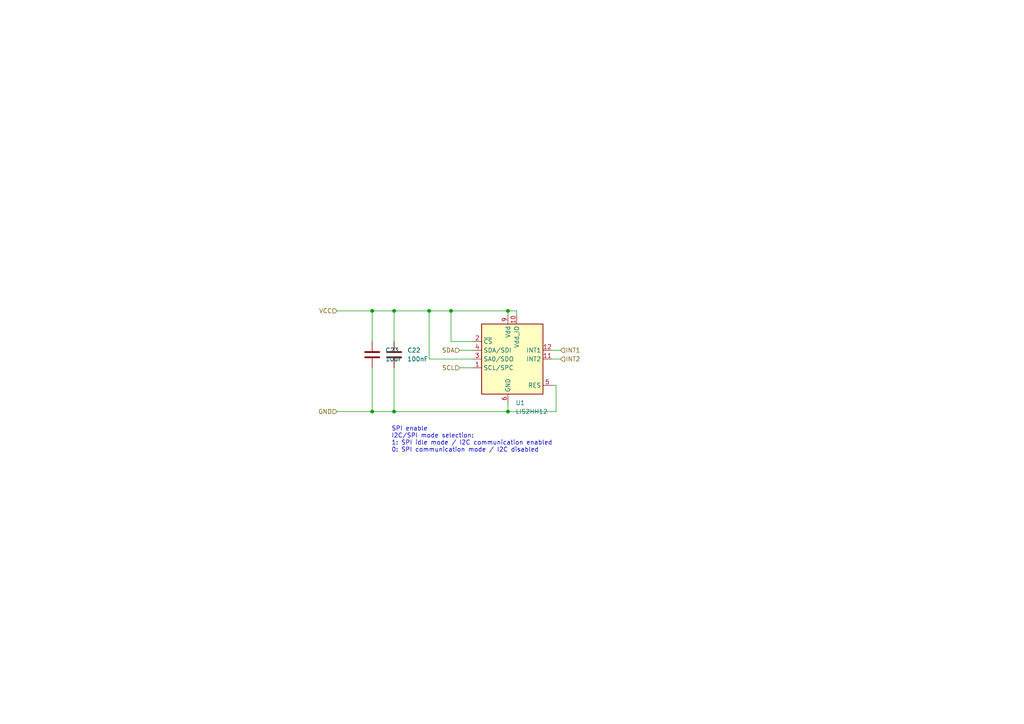
<source format=kicad_sch>
(kicad_sch (version 20231120) (generator "eeschema") (generator_version "8.0")
  (paper "A4")
  (lib_symbols
    (symbol "Device:C" (pin_numbers hide) (pin_names (offset 0.254))
      (property "Reference" "C" (at 0.635 2.54 0))
      (property "Value" "C" (at 0.635 -2.54 0))
      (symbol "C_0_1"
        (polyline (pts (xy -2.032 -0.762) (xy 2.032 -0.762)) (stroke (width 0.508)))
        (polyline (pts (xy -2.032 0.762) (xy 2.032 0.762)) (stroke (width 0.508)))
      )
      (symbol "C_1_1"
        (pin passive line (at 0 3.81 270) (length 2.794) (name "~") (number "1"))
        (pin passive line (at 0 -3.81 90) (length 2.794) (name "~") (number "2"))
      )
    )
    (symbol "Sensor_Motion:LIS2HH12"
      (property "Reference" "U" (at -5.08 11.43 0))
      (property "Value" "LIS2HH12" (at 3.81 11.43 0))
      (symbol "LIS2HH12_0_1"
        (rectangle (start -7.62 10.16) (end 10.16 -10.16) (stroke (width 0.254)) (fill (type background)))
      )
      (symbol "LIS2HH12_1_1"
        (pin input line (at -10.16 -2.54 0) (length 2.54) (name "SCL/SPC") (number "1"))
        (pin power_in line (at 2.54 12.7 270) (length 2.54) (name "Vdd_IO") (number "10"))
        (pin output line (at 12.7 0 180) (length 2.54) (name "INT2") (number "11"))
        (pin output line (at 12.7 2.54 180) (length 2.54) (name "INT1") (number "12"))
        (pin input line (at -10.16 5.08 0) (length 2.54) (name "~{CS}") (number "2"))
        (pin bidirectional line (at -10.16 0 0) (length 2.54) (name "SA0/SDO") (number "3"))
        (pin bidirectional line (at -10.16 2.54 0) (length 2.54) (name "SDA/SDI") (number "4"))
        (pin passive line (at 12.7 -7.62 180) (length 2.54) (name "RES") (number "5"))
        (pin power_in line (at 0 -12.7 90) (length 2.54) (name "GND") (number "6"))
        (pin passive line (at 0 -12.7 90) (length 2.54) hide (name "GND") (number "7"))
        (pin passive line (at 0 -12.7 90) (length 2.54) hide (name "GND") (number "8"))
        (pin power_in line (at 0 12.7 270) (length 2.54) (name "Vdd") (number "9"))
      )
    )
  )
  (junction (at 114.3 119.38))
  (junction (at 107.95 119.38))
  (junction (at 124.46 90.17))
  (junction (at 114.3 90.17))
  (junction (at 130.81 90.17))
  (junction (at 147.32 119.38))
  (junction (at 107.95 90.17))
  (junction (at 147.32 90.17))
  (wire (pts (xy 160.02 104.14) (xy 162.56 104.14)))
  (wire (pts (xy 147.32 119.38) (xy 147.32 116.84)))
  (wire (pts (xy 130.81 99.06) (xy 130.81 90.17)))
  (wire (pts (xy 97.79 119.38) (xy 107.95 119.38)))
  (wire (pts (xy 160.02 111.76) (xy 161.29 111.76)))
  (wire (pts (xy 114.3 90.17) (xy 124.46 90.17)))
  (wire (pts (xy 147.32 90.17) (xy 147.32 91.44)))
  (wire (pts (xy 114.3 106.68) (xy 114.3 119.38)))
  (wire (pts (xy 133.35 101.6) (xy 137.16 101.6)))
  (wire (pts (xy 137.16 104.14) (xy 124.46 104.14)))
  (wire (pts (xy 97.79 90.17) (xy 107.95 90.17)))
  (wire (pts (xy 133.35 106.68) (xy 137.16 106.68)))
  (wire (pts (xy 107.95 90.17) (xy 107.95 99.06)))
  (wire (pts (xy 161.29 119.38) (xy 147.32 119.38)))
  (wire (pts (xy 137.16 99.06) (xy 130.81 99.06)))
  (wire (pts (xy 114.3 119.38) (xy 147.32 119.38)))
  (wire (pts (xy 130.81 90.17) (xy 147.32 90.17)))
  (wire (pts (xy 107.95 90.17) (xy 114.3 90.17)))
  (wire (pts (xy 107.95 119.38) (xy 114.3 119.38)))
  (wire (pts (xy 149.86 90.17) (xy 147.32 90.17)))
  (wire (pts (xy 149.86 91.44) (xy 149.86 90.17)))
  (wire (pts (xy 160.02 101.6) (xy 162.56 101.6)))
  (wire (pts (xy 114.3 90.17) (xy 114.3 99.06)))
  (wire (pts (xy 107.95 106.68) (xy 107.95 119.38)))
  (wire (pts (xy 124.46 104.14) (xy 124.46 90.17)))
  (wire (pts (xy 124.46 90.17) (xy 130.81 90.17)))
  (wire (pts (xy 161.29 111.76) (xy 161.29 119.38)))
  (text "SPI enable\nI2C/SPI mode selection:\n1: SPI idle mode / I2C communication enabled \n0: SPI communication mode / I2C disabled" (at 113.538 127.508 0) (effects (font (size 1.27 1.27)) (justify left)))
  (hierarchical_label "SDA" (shape input) (at 133.35 101.6 180))
  (hierarchical_label "INT2" (shape input) (at 162.56 104.14 0))
  (hierarchical_label "SCL" (shape input) (at 133.35 106.68 180))
  (hierarchical_label "VCC" (shape input) (at 97.79 90.17 180))
  (hierarchical_label "INT1" (shape input) (at 162.56 101.6 0))
  (hierarchical_label "GND" (shape input) (at 97.79 119.38 180))
  (symbol (lib_id "Device:C") (at 107.95 102.87 0) (unit 1)
    (property "Reference" "C23" (at 111.76 101.5999 0) (effects (justify left)))
    (property "Value" "10uF" (at 111.76 104.1399 0) (effects (justify left)))
    (property "Footprint" "Capacitor_SMD:C_0402_1005Metric" (effects (hide yes)))
    (property "Description" "Unpolarized capacitor" (effects (hide yes)))
  )
  (symbol (lib_id "Device:C") (at 114.3 102.87 0) (unit 1)
    (property "Reference" "C22" (at 118.11 101.5999 0) (effects (justify left)))
    (property "Value" "100nF" (at 118.11 104.1399 0) (effects (justify left)))
    (property "Footprint" "Capacitor_SMD:C_0402_1005Metric" (effects (hide yes)))
    (property "Description" "Unpolarized capacitor" (effects (hide yes)))
  )
  (symbol (lib_id "Sensor_Motion:LIS2HH12") (at 147.32 104.14 0) (unit 1)
    (property "Reference" "U1" (at 149.5141 116.84 0) (effects (justify left)))
    (property "Value" "LIS2HH12" (at 149.5141 119.38 0) (effects (justify left)))
    (property "Footprint" "Package_LGA:LGA-14_2x2mm_P0.35mm_LayoutBorder3x4y" (effects (hide yes)))
    (property "Datasheet" "www.st.com/resource/en/datasheet/lis2hh12.pdf" (effects (hide yes)))
    (property "Description" "3-Axis Accelerometer, 2/4/8g range, I2C/SPI interface" (effects (hide yes)))
  )
)
</source>
